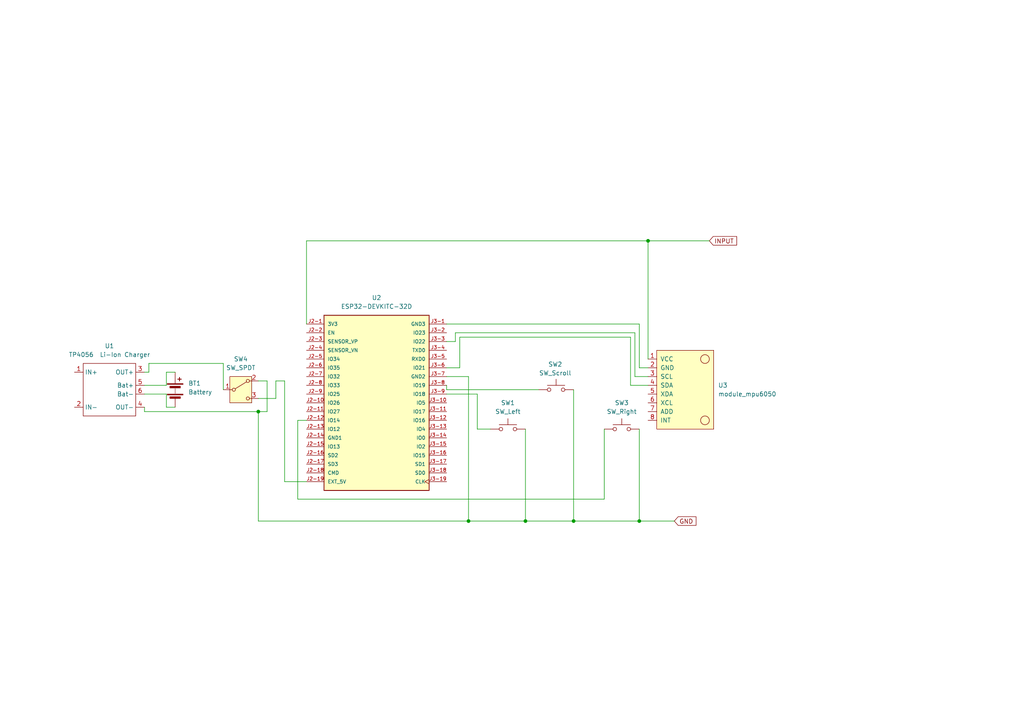
<source format=kicad_sch>
(kicad_sch
	(version 20250114)
	(generator "eeschema")
	(generator_version "9.0")
	(uuid "df159639-71c5-48ac-8578-0df6ec19f36c")
	(paper "A4")
	(title_block
		(title "AirMouse - Drafting")
		(date "2025-12-08")
		(rev "0")
		(company "Group 2")
		(comment 1 "Sweet Caroline Quiros")
		(comment 2 "Liam Andrie Martin, Sammuel James Matthew Magadia")
		(comment 3 "Irvin Pontino Acuna, Sean Andrei Fedilino")
		(comment 4 "Members:")
	)
	(lib_symbols
		(symbol "Custom_Boards:TP4056_CUSTOM"
			(exclude_from_sim no)
			(in_bom yes)
			(on_board yes)
			(property "Reference" "U"
				(at 6.35 3.048 0)
				(effects
					(font
						(size 1.27 1.27)
					)
				)
			)
			(property "Value" "TP4056  Li-Ion Charger"
				(at 7.874 1.016 0)
				(effects
					(font
						(size 1.27 1.27)
					)
				)
			)
			(property "Footprint" "Custom tp4056:TP4056 Customized"
				(at 0 0 0)
				(effects
					(font
						(size 1.27 1.27)
					)
					(hide yes)
				)
			)
			(property "Datasheet" "https://www.alldatasheet.com/datasheet-pdf/pdf/1133270/TPOWER/TP4056.html"
				(at 0 0 0)
				(effects
					(font
						(size 1.27 1.27)
					)
					(hide yes)
				)
			)
			(property "Description" "TP4056  Li-Ion Battery Charger 5V 1A"
				(at 0 0 0)
				(effects
					(font
						(size 1.27 1.27)
					)
					(hide yes)
				)
			)
			(property "ki_keywords" "TP4056 , Li-Ion, Battery Charger, 5V 1A"
				(at 0 0 0)
				(effects
					(font
						(size 1.27 1.27)
					)
					(hide yes)
				)
			)
			(symbol "TP4056_CUSTOM_0_1"
				(rectangle
					(start 0 0)
					(end 15.24 -15.24)
					(stroke
						(width 0)
						(type default)
					)
					(fill
						(type none)
					)
				)
			)
			(symbol "TP4056_CUSTOM_1_1"
				(pin input line
					(at -2.54 -2.54 0)
					(length 2.54)
					(name "IN+"
						(effects
							(font
								(size 1.27 1.27)
							)
						)
					)
					(number "1"
						(effects
							(font
								(size 1.27 1.27)
							)
						)
					)
				)
				(pin input line
					(at -2.54 -12.7 0)
					(length 2.54)
					(name "IN-"
						(effects
							(font
								(size 1.27 1.27)
							)
						)
					)
					(number "2"
						(effects
							(font
								(size 1.27 1.27)
							)
						)
					)
				)
				(pin output line
					(at 17.78 -2.54 180)
					(length 2.54)
					(name "OUT+"
						(effects
							(font
								(size 1.27 1.27)
							)
						)
					)
					(number "3"
						(effects
							(font
								(size 1.27 1.27)
							)
						)
					)
				)
				(pin bidirectional line
					(at 17.78 -6.35 180)
					(length 2.54)
					(name "Bat+"
						(effects
							(font
								(size 1.27 1.27)
							)
						)
					)
					(number "5"
						(effects
							(font
								(size 1.27 1.27)
							)
						)
					)
				)
				(pin bidirectional line
					(at 17.78 -8.89 180)
					(length 2.54)
					(name "Bat-"
						(effects
							(font
								(size 1.27 1.27)
							)
						)
					)
					(number "6"
						(effects
							(font
								(size 1.27 1.27)
							)
						)
					)
				)
				(pin output line
					(at 17.78 -12.7 180)
					(length 2.54)
					(name "OUT-"
						(effects
							(font
								(size 1.27 1.27)
							)
						)
					)
					(number "4"
						(effects
							(font
								(size 1.27 1.27)
							)
						)
					)
				)
			)
			(embedded_fonts no)
		)
		(symbol "Device:Battery"
			(pin_numbers
				(hide yes)
			)
			(pin_names
				(offset 0)
				(hide yes)
			)
			(exclude_from_sim no)
			(in_bom yes)
			(on_board yes)
			(property "Reference" "BT"
				(at 2.54 2.54 0)
				(effects
					(font
						(size 1.27 1.27)
					)
					(justify left)
				)
			)
			(property "Value" "Battery"
				(at 2.54 0 0)
				(effects
					(font
						(size 1.27 1.27)
					)
					(justify left)
				)
			)
			(property "Footprint" ""
				(at 0 1.524 90)
				(effects
					(font
						(size 1.27 1.27)
					)
					(hide yes)
				)
			)
			(property "Datasheet" "~"
				(at 0 1.524 90)
				(effects
					(font
						(size 1.27 1.27)
					)
					(hide yes)
				)
			)
			(property "Description" "Multiple-cell battery"
				(at 0 0 0)
				(effects
					(font
						(size 1.27 1.27)
					)
					(hide yes)
				)
			)
			(property "ki_keywords" "batt voltage-source cell"
				(at 0 0 0)
				(effects
					(font
						(size 1.27 1.27)
					)
					(hide yes)
				)
			)
			(symbol "Battery_0_1"
				(rectangle
					(start -2.286 1.778)
					(end 2.286 1.524)
					(stroke
						(width 0)
						(type default)
					)
					(fill
						(type outline)
					)
				)
				(rectangle
					(start -2.286 -1.27)
					(end 2.286 -1.524)
					(stroke
						(width 0)
						(type default)
					)
					(fill
						(type outline)
					)
				)
				(rectangle
					(start -1.524 1.016)
					(end 1.524 0.508)
					(stroke
						(width 0)
						(type default)
					)
					(fill
						(type outline)
					)
				)
				(rectangle
					(start -1.524 -2.032)
					(end 1.524 -2.54)
					(stroke
						(width 0)
						(type default)
					)
					(fill
						(type outline)
					)
				)
				(polyline
					(pts
						(xy 0 1.778) (xy 0 2.54)
					)
					(stroke
						(width 0)
						(type default)
					)
					(fill
						(type none)
					)
				)
				(polyline
					(pts
						(xy 0 0) (xy 0 0.254)
					)
					(stroke
						(width 0)
						(type default)
					)
					(fill
						(type none)
					)
				)
				(polyline
					(pts
						(xy 0 -0.508) (xy 0 -0.254)
					)
					(stroke
						(width 0)
						(type default)
					)
					(fill
						(type none)
					)
				)
				(polyline
					(pts
						(xy 0 -1.016) (xy 0 -0.762)
					)
					(stroke
						(width 0)
						(type default)
					)
					(fill
						(type none)
					)
				)
				(polyline
					(pts
						(xy 0.762 3.048) (xy 1.778 3.048)
					)
					(stroke
						(width 0.254)
						(type default)
					)
					(fill
						(type none)
					)
				)
				(polyline
					(pts
						(xy 1.27 3.556) (xy 1.27 2.54)
					)
					(stroke
						(width 0.254)
						(type default)
					)
					(fill
						(type none)
					)
				)
			)
			(symbol "Battery_1_1"
				(pin passive line
					(at 0 5.08 270)
					(length 2.54)
					(name "+"
						(effects
							(font
								(size 1.27 1.27)
							)
						)
					)
					(number "1"
						(effects
							(font
								(size 1.27 1.27)
							)
						)
					)
				)
				(pin passive line
					(at 0 -5.08 90)
					(length 2.54)
					(name "-"
						(effects
							(font
								(size 1.27 1.27)
							)
						)
					)
					(number "2"
						(effects
							(font
								(size 1.27 1.27)
							)
						)
					)
				)
			)
			(embedded_fonts no)
		)
		(symbol "ESP32-DEVKITC-32D:ESP32-DEVKITC-32D"
			(pin_names
				(offset 1.016)
			)
			(exclude_from_sim no)
			(in_bom yes)
			(on_board yes)
			(property "Reference" "U"
				(at -15.2572 26.0643 0)
				(effects
					(font
						(size 1.27 1.27)
					)
					(justify left bottom)
				)
			)
			(property "Value" "ESP32-DEVKITC-32D"
				(at -15.2563 -27.9698 0)
				(effects
					(font
						(size 1.27 1.27)
					)
					(justify left bottom)
				)
			)
			(property "Footprint" "ESP32-DEVKITC-32D:MODULE_ESP32-DEVKITC-32D"
				(at 0 0 0)
				(effects
					(font
						(size 1.27 1.27)
					)
					(justify bottom)
					(hide yes)
				)
			)
			(property "Datasheet" ""
				(at 0 0 0)
				(effects
					(font
						(size 1.27 1.27)
					)
					(hide yes)
				)
			)
			(property "Description" ""
				(at 0 0 0)
				(effects
					(font
						(size 1.27 1.27)
					)
					(hide yes)
				)
			)
			(property "MF" "Espressif Systems"
				(at 0 0 0)
				(effects
					(font
						(size 1.27 1.27)
					)
					(justify bottom)
					(hide yes)
				)
			)
			(property "MAXIMUM_PACKAGE_HEIGHT" "N/A"
				(at 0 0 0)
				(effects
					(font
						(size 1.27 1.27)
					)
					(justify bottom)
					(hide yes)
				)
			)
			(property "Package" "None"
				(at 0 0 0)
				(effects
					(font
						(size 1.27 1.27)
					)
					(justify bottom)
					(hide yes)
				)
			)
			(property "Price" "None"
				(at 0 0 0)
				(effects
					(font
						(size 1.27 1.27)
					)
					(justify bottom)
					(hide yes)
				)
			)
			(property "Check_prices" "https://www.snapeda.com/parts/ESP32-DEVKITC-32D/Espressif+Systems/view-part/?ref=eda"
				(at 0 0 0)
				(effects
					(font
						(size 1.27 1.27)
					)
					(justify bottom)
					(hide yes)
				)
			)
			(property "STANDARD" "Manufacturer Recommendations"
				(at 0 0 0)
				(effects
					(font
						(size 1.27 1.27)
					)
					(justify bottom)
					(hide yes)
				)
			)
			(property "PARTREV" "V4"
				(at 0 0 0)
				(effects
					(font
						(size 1.27 1.27)
					)
					(justify bottom)
					(hide yes)
				)
			)
			(property "SnapEDA_Link" "https://www.snapeda.com/parts/ESP32-DEVKITC-32D/Espressif+Systems/view-part/?ref=snap"
				(at 0 0 0)
				(effects
					(font
						(size 1.27 1.27)
					)
					(justify bottom)
					(hide yes)
				)
			)
			(property "MP" "ESP32-DEVKITC-32D"
				(at 0 0 0)
				(effects
					(font
						(size 1.27 1.27)
					)
					(justify bottom)
					(hide yes)
				)
			)
			(property "Description_1" "WiFi Development Tools (802.11) ESP32 General Development Kit, ESP32-WROOM-32D on the board"
				(at 0 0 0)
				(effects
					(font
						(size 1.27 1.27)
					)
					(justify bottom)
					(hide yes)
				)
			)
			(property "MANUFACTURER" "Espressif Systems"
				(at 0 0 0)
				(effects
					(font
						(size 1.27 1.27)
					)
					(justify bottom)
					(hide yes)
				)
			)
			(property "Availability" "In Stock"
				(at 0 0 0)
				(effects
					(font
						(size 1.27 1.27)
					)
					(justify bottom)
					(hide yes)
				)
			)
			(property "SNAPEDA_PN" "ESP32-DEVKITC-32D"
				(at 0 0 0)
				(effects
					(font
						(size 1.27 1.27)
					)
					(justify bottom)
					(hide yes)
				)
			)
			(symbol "ESP32-DEVKITC-32D_0_0"
				(rectangle
					(start -15.24 -25.4)
					(end 15.24 25.4)
					(stroke
						(width 0.254)
						(type default)
					)
					(fill
						(type background)
					)
				)
				(pin power_in line
					(at -20.32 22.86 0)
					(length 5.08)
					(name "3V3"
						(effects
							(font
								(size 1.016 1.016)
							)
						)
					)
					(number "J2-1"
						(effects
							(font
								(size 1.016 1.016)
							)
						)
					)
				)
				(pin input line
					(at -20.32 20.32 0)
					(length 5.08)
					(name "EN"
						(effects
							(font
								(size 1.016 1.016)
							)
						)
					)
					(number "J2-2"
						(effects
							(font
								(size 1.016 1.016)
							)
						)
					)
				)
				(pin input line
					(at -20.32 17.78 0)
					(length 5.08)
					(name "SENSOR_VP"
						(effects
							(font
								(size 1.016 1.016)
							)
						)
					)
					(number "J2-3"
						(effects
							(font
								(size 1.016 1.016)
							)
						)
					)
				)
				(pin input line
					(at -20.32 15.24 0)
					(length 5.08)
					(name "SENSOR_VN"
						(effects
							(font
								(size 1.016 1.016)
							)
						)
					)
					(number "J2-4"
						(effects
							(font
								(size 1.016 1.016)
							)
						)
					)
				)
				(pin bidirectional line
					(at -20.32 12.7 0)
					(length 5.08)
					(name "IO34"
						(effects
							(font
								(size 1.016 1.016)
							)
						)
					)
					(number "J2-5"
						(effects
							(font
								(size 1.016 1.016)
							)
						)
					)
				)
				(pin bidirectional line
					(at -20.32 10.16 0)
					(length 5.08)
					(name "IO35"
						(effects
							(font
								(size 1.016 1.016)
							)
						)
					)
					(number "J2-6"
						(effects
							(font
								(size 1.016 1.016)
							)
						)
					)
				)
				(pin bidirectional line
					(at -20.32 7.62 0)
					(length 5.08)
					(name "IO32"
						(effects
							(font
								(size 1.016 1.016)
							)
						)
					)
					(number "J2-7"
						(effects
							(font
								(size 1.016 1.016)
							)
						)
					)
				)
				(pin bidirectional line
					(at -20.32 5.08 0)
					(length 5.08)
					(name "IO33"
						(effects
							(font
								(size 1.016 1.016)
							)
						)
					)
					(number "J2-8"
						(effects
							(font
								(size 1.016 1.016)
							)
						)
					)
				)
				(pin bidirectional line
					(at -20.32 2.54 0)
					(length 5.08)
					(name "IO25"
						(effects
							(font
								(size 1.016 1.016)
							)
						)
					)
					(number "J2-9"
						(effects
							(font
								(size 1.016 1.016)
							)
						)
					)
				)
				(pin bidirectional line
					(at -20.32 0 0)
					(length 5.08)
					(name "IO26"
						(effects
							(font
								(size 1.016 1.016)
							)
						)
					)
					(number "J2-10"
						(effects
							(font
								(size 1.016 1.016)
							)
						)
					)
				)
				(pin bidirectional line
					(at -20.32 -2.54 0)
					(length 5.08)
					(name "IO27"
						(effects
							(font
								(size 1.016 1.016)
							)
						)
					)
					(number "J2-11"
						(effects
							(font
								(size 1.016 1.016)
							)
						)
					)
				)
				(pin bidirectional line
					(at -20.32 -5.08 0)
					(length 5.08)
					(name "IO14"
						(effects
							(font
								(size 1.016 1.016)
							)
						)
					)
					(number "J2-12"
						(effects
							(font
								(size 1.016 1.016)
							)
						)
					)
				)
				(pin bidirectional line
					(at -20.32 -7.62 0)
					(length 5.08)
					(name "IO12"
						(effects
							(font
								(size 1.016 1.016)
							)
						)
					)
					(number "J2-13"
						(effects
							(font
								(size 1.016 1.016)
							)
						)
					)
				)
				(pin power_in line
					(at -20.32 -10.16 0)
					(length 5.08)
					(name "GND1"
						(effects
							(font
								(size 1.016 1.016)
							)
						)
					)
					(number "J2-14"
						(effects
							(font
								(size 1.016 1.016)
							)
						)
					)
				)
				(pin bidirectional line
					(at -20.32 -12.7 0)
					(length 5.08)
					(name "IO13"
						(effects
							(font
								(size 1.016 1.016)
							)
						)
					)
					(number "J2-15"
						(effects
							(font
								(size 1.016 1.016)
							)
						)
					)
				)
				(pin bidirectional line
					(at -20.32 -15.24 0)
					(length 5.08)
					(name "SD2"
						(effects
							(font
								(size 1.016 1.016)
							)
						)
					)
					(number "J2-16"
						(effects
							(font
								(size 1.016 1.016)
							)
						)
					)
				)
				(pin bidirectional line
					(at -20.32 -17.78 0)
					(length 5.08)
					(name "SD3"
						(effects
							(font
								(size 1.016 1.016)
							)
						)
					)
					(number "J2-17"
						(effects
							(font
								(size 1.016 1.016)
							)
						)
					)
				)
				(pin bidirectional line
					(at -20.32 -20.32 0)
					(length 5.08)
					(name "CMD"
						(effects
							(font
								(size 1.016 1.016)
							)
						)
					)
					(number "J2-18"
						(effects
							(font
								(size 1.016 1.016)
							)
						)
					)
				)
				(pin power_in line
					(at -20.32 -22.86 0)
					(length 5.08)
					(name "EXT_5V"
						(effects
							(font
								(size 1.016 1.016)
							)
						)
					)
					(number "J2-19"
						(effects
							(font
								(size 1.016 1.016)
							)
						)
					)
				)
				(pin power_in line
					(at 20.32 22.86 180)
					(length 5.08)
					(name "GND3"
						(effects
							(font
								(size 1.016 1.016)
							)
						)
					)
					(number "J3-1"
						(effects
							(font
								(size 1.016 1.016)
							)
						)
					)
				)
				(pin bidirectional line
					(at 20.32 20.32 180)
					(length 5.08)
					(name "IO23"
						(effects
							(font
								(size 1.016 1.016)
							)
						)
					)
					(number "J3-2"
						(effects
							(font
								(size 1.016 1.016)
							)
						)
					)
				)
				(pin bidirectional line
					(at 20.32 17.78 180)
					(length 5.08)
					(name "IO22"
						(effects
							(font
								(size 1.016 1.016)
							)
						)
					)
					(number "J3-3"
						(effects
							(font
								(size 1.016 1.016)
							)
						)
					)
				)
				(pin output line
					(at 20.32 15.24 180)
					(length 5.08)
					(name "TXD0"
						(effects
							(font
								(size 1.016 1.016)
							)
						)
					)
					(number "J3-4"
						(effects
							(font
								(size 1.016 1.016)
							)
						)
					)
				)
				(pin input line
					(at 20.32 12.7 180)
					(length 5.08)
					(name "RXD0"
						(effects
							(font
								(size 1.016 1.016)
							)
						)
					)
					(number "J3-5"
						(effects
							(font
								(size 1.016 1.016)
							)
						)
					)
				)
				(pin bidirectional line
					(at 20.32 10.16 180)
					(length 5.08)
					(name "IO21"
						(effects
							(font
								(size 1.016 1.016)
							)
						)
					)
					(number "J3-6"
						(effects
							(font
								(size 1.016 1.016)
							)
						)
					)
				)
				(pin power_in line
					(at 20.32 7.62 180)
					(length 5.08)
					(name "GND2"
						(effects
							(font
								(size 1.016 1.016)
							)
						)
					)
					(number "J3-7"
						(effects
							(font
								(size 1.016 1.016)
							)
						)
					)
				)
				(pin bidirectional line
					(at 20.32 5.08 180)
					(length 5.08)
					(name "IO19"
						(effects
							(font
								(size 1.016 1.016)
							)
						)
					)
					(number "J3-8"
						(effects
							(font
								(size 1.016 1.016)
							)
						)
					)
				)
				(pin bidirectional line
					(at 20.32 2.54 180)
					(length 5.08)
					(name "IO18"
						(effects
							(font
								(size 1.016 1.016)
							)
						)
					)
					(number "J3-9"
						(effects
							(font
								(size 1.016 1.016)
							)
						)
					)
				)
				(pin bidirectional line
					(at 20.32 0 180)
					(length 5.08)
					(name "IO5"
						(effects
							(font
								(size 1.016 1.016)
							)
						)
					)
					(number "J3-10"
						(effects
							(font
								(size 1.016 1.016)
							)
						)
					)
				)
				(pin bidirectional line
					(at 20.32 -2.54 180)
					(length 5.08)
					(name "IO17"
						(effects
							(font
								(size 1.016 1.016)
							)
						)
					)
					(number "J3-11"
						(effects
							(font
								(size 1.016 1.016)
							)
						)
					)
				)
				(pin bidirectional line
					(at 20.32 -5.08 180)
					(length 5.08)
					(name "IO16"
						(effects
							(font
								(size 1.016 1.016)
							)
						)
					)
					(number "J3-12"
						(effects
							(font
								(size 1.016 1.016)
							)
						)
					)
				)
				(pin bidirectional line
					(at 20.32 -7.62 180)
					(length 5.08)
					(name "IO4"
						(effects
							(font
								(size 1.016 1.016)
							)
						)
					)
					(number "J3-13"
						(effects
							(font
								(size 1.016 1.016)
							)
						)
					)
				)
				(pin bidirectional line
					(at 20.32 -10.16 180)
					(length 5.08)
					(name "IO0"
						(effects
							(font
								(size 1.016 1.016)
							)
						)
					)
					(number "J3-14"
						(effects
							(font
								(size 1.016 1.016)
							)
						)
					)
				)
				(pin bidirectional line
					(at 20.32 -12.7 180)
					(length 5.08)
					(name "IO2"
						(effects
							(font
								(size 1.016 1.016)
							)
						)
					)
					(number "J3-15"
						(effects
							(font
								(size 1.016 1.016)
							)
						)
					)
				)
				(pin bidirectional line
					(at 20.32 -15.24 180)
					(length 5.08)
					(name "IO15"
						(effects
							(font
								(size 1.016 1.016)
							)
						)
					)
					(number "J3-16"
						(effects
							(font
								(size 1.016 1.016)
							)
						)
					)
				)
				(pin bidirectional line
					(at 20.32 -17.78 180)
					(length 5.08)
					(name "SD1"
						(effects
							(font
								(size 1.016 1.016)
							)
						)
					)
					(number "J3-17"
						(effects
							(font
								(size 1.016 1.016)
							)
						)
					)
				)
				(pin bidirectional line
					(at 20.32 -20.32 180)
					(length 5.08)
					(name "SD0"
						(effects
							(font
								(size 1.016 1.016)
							)
						)
					)
					(number "J3-18"
						(effects
							(font
								(size 1.016 1.016)
							)
						)
					)
				)
				(pin input clock
					(at 20.32 -22.86 180)
					(length 5.08)
					(name "CLK"
						(effects
							(font
								(size 1.016 1.016)
							)
						)
					)
					(number "J3-19"
						(effects
							(font
								(size 1.016 1.016)
							)
						)
					)
				)
			)
			(embedded_fonts no)
		)
		(symbol "Switch:SW_Push"
			(pin_numbers
				(hide yes)
			)
			(pin_names
				(offset 1.016)
				(hide yes)
			)
			(exclude_from_sim no)
			(in_bom yes)
			(on_board yes)
			(property "Reference" "SW"
				(at 1.27 2.54 0)
				(effects
					(font
						(size 1.27 1.27)
					)
					(justify left)
				)
			)
			(property "Value" "SW_Push"
				(at 0 -1.524 0)
				(effects
					(font
						(size 1.27 1.27)
					)
				)
			)
			(property "Footprint" ""
				(at 0 5.08 0)
				(effects
					(font
						(size 1.27 1.27)
					)
					(hide yes)
				)
			)
			(property "Datasheet" "~"
				(at 0 5.08 0)
				(effects
					(font
						(size 1.27 1.27)
					)
					(hide yes)
				)
			)
			(property "Description" "Push button switch, generic, two pins"
				(at 0 0 0)
				(effects
					(font
						(size 1.27 1.27)
					)
					(hide yes)
				)
			)
			(property "ki_keywords" "switch normally-open pushbutton push-button"
				(at 0 0 0)
				(effects
					(font
						(size 1.27 1.27)
					)
					(hide yes)
				)
			)
			(symbol "SW_Push_0_1"
				(circle
					(center -2.032 0)
					(radius 0.508)
					(stroke
						(width 0)
						(type default)
					)
					(fill
						(type none)
					)
				)
				(polyline
					(pts
						(xy 0 1.27) (xy 0 3.048)
					)
					(stroke
						(width 0)
						(type default)
					)
					(fill
						(type none)
					)
				)
				(circle
					(center 2.032 0)
					(radius 0.508)
					(stroke
						(width 0)
						(type default)
					)
					(fill
						(type none)
					)
				)
				(polyline
					(pts
						(xy 2.54 1.27) (xy -2.54 1.27)
					)
					(stroke
						(width 0)
						(type default)
					)
					(fill
						(type none)
					)
				)
				(pin passive line
					(at -5.08 0 0)
					(length 2.54)
					(name "1"
						(effects
							(font
								(size 1.27 1.27)
							)
						)
					)
					(number "1"
						(effects
							(font
								(size 1.27 1.27)
							)
						)
					)
				)
				(pin passive line
					(at 5.08 0 180)
					(length 2.54)
					(name "2"
						(effects
							(font
								(size 1.27 1.27)
							)
						)
					)
					(number "2"
						(effects
							(font
								(size 1.27 1.27)
							)
						)
					)
				)
			)
			(embedded_fonts no)
		)
		(symbol "Switch:SW_SPDT"
			(pin_names
				(offset 0)
				(hide yes)
			)
			(exclude_from_sim no)
			(in_bom yes)
			(on_board yes)
			(property "Reference" "SW4"
				(at 0 8.89 0)
				(effects
					(font
						(size 1.27 1.27)
					)
				)
			)
			(property "Value" "SW_SPDT"
				(at 0 6.35 0)
				(effects
					(font
						(size 1.27 1.27)
					)
				)
			)
			(property "Footprint" "Button_Switch_THT:SW_Slide-03_Wuerth-WS-SLTV_10x2.5x6.4_P2.54mm"
				(at 0 0 0)
				(effects
					(font
						(size 1.27 1.27)
					)
					(hide yes)
				)
			)
			(property "Datasheet" "~"
				(at 0 -7.62 0)
				(effects
					(font
						(size 1.27 1.27)
					)
					(hide yes)
				)
			)
			(property "Description" "Switch, single pole double throw"
				(at 0 0 0)
				(effects
					(font
						(size 1.27 1.27)
					)
					(hide yes)
				)
			)
			(property "ki_keywords" "switch single-pole double-throw spdt ON-ON"
				(at 0 0 0)
				(effects
					(font
						(size 1.27 1.27)
					)
					(hide yes)
				)
			)
			(symbol "SW_SPDT_0_1"
				(circle
					(center -2.032 0)
					(radius 0.4572)
					(stroke
						(width 0)
						(type default)
					)
					(fill
						(type none)
					)
				)
				(polyline
					(pts
						(xy -1.651 0.254) (xy 1.651 2.286)
					)
					(stroke
						(width 0)
						(type default)
					)
					(fill
						(type none)
					)
				)
				(circle
					(center 2.032 2.54)
					(radius 0.4572)
					(stroke
						(width 0)
						(type default)
					)
					(fill
						(type none)
					)
				)
				(circle
					(center 2.032 -2.54)
					(radius 0.4572)
					(stroke
						(width 0)
						(type default)
					)
					(fill
						(type none)
					)
				)
			)
			(symbol "SW_SPDT_1_1"
				(rectangle
					(start -3.175 3.81)
					(end 3.175 -3.81)
					(stroke
						(width 0)
						(type default)
					)
					(fill
						(type background)
					)
				)
				(pin passive line
					(at -5.08 0 0)
					(length 2.54)
					(name "B"
						(effects
							(font
								(size 1.27 1.27)
							)
						)
					)
					(number "1"
						(effects
							(font
								(size 1.27 1.27)
							)
						)
					)
				)
				(pin passive line
					(at 5.08 2.54 180)
					(length 2.54)
					(name "A"
						(effects
							(font
								(size 1.27 1.27)
							)
						)
					)
					(number "2"
						(effects
							(font
								(size 1.27 1.27)
							)
						)
					)
				)
				(pin passive line
					(at 5.08 -2.54 180)
					(length 2.54)
					(name "C"
						(effects
							(font
								(size 1.27 1.27)
							)
						)
					)
					(number "3"
						(effects
							(font
								(size 1.27 1.27)
							)
						)
					)
				)
			)
			(embedded_fonts no)
		)
		(symbol "usini_sensors:module_mpu6050"
			(pin_names
				(offset 1.016)
			)
			(exclude_from_sim no)
			(in_bom yes)
			(on_board yes)
			(property "Reference" "U"
				(at 2.54 21.59 0)
				(effects
					(font
						(size 1.27 1.27)
					)
				)
			)
			(property "Value" "module_mpu6050"
				(at 11.43 -3.81 0)
				(effects
					(font
						(size 1.27 1.27)
					)
				)
			)
			(property "Footprint" "usini_sensors:module_mpu6050"
				(at 11.43 -6.35 0)
				(effects
					(font
						(size 1.27 1.27)
					)
					(hide yes)
				)
			)
			(property "Datasheet" ""
				(at 0 6.35 0)
				(effects
					(font
						(size 1.27 1.27)
					)
					(hide yes)
				)
			)
			(property "Description" ""
				(at 0 0 0)
				(effects
					(font
						(size 1.27 1.27)
					)
					(hide yes)
				)
			)
			(symbol "module_mpu6050_0_1"
				(rectangle
					(start 2.54 20.32)
					(end 19.05 -2.54)
					(stroke
						(width 0)
						(type default)
					)
					(fill
						(type background)
					)
				)
				(circle
					(center 16.51 17.78)
					(radius 1.27)
					(stroke
						(width 0)
						(type default)
					)
					(fill
						(type none)
					)
				)
				(circle
					(center 16.51 0)
					(radius 1.27)
					(stroke
						(width 0)
						(type default)
					)
					(fill
						(type none)
					)
				)
			)
			(symbol "module_mpu6050_1_1"
				(pin input line
					(at 0 17.78 0)
					(length 2.54)
					(name "VCC"
						(effects
							(font
								(size 1.27 1.27)
							)
						)
					)
					(number "1"
						(effects
							(font
								(size 1.27 1.27)
							)
						)
					)
				)
				(pin input line
					(at 0 15.24 0)
					(length 2.54)
					(name "GND"
						(effects
							(font
								(size 1.27 1.27)
							)
						)
					)
					(number "2"
						(effects
							(font
								(size 1.27 1.27)
							)
						)
					)
				)
				(pin input line
					(at 0 12.7 0)
					(length 2.54)
					(name "SCL"
						(effects
							(font
								(size 1.27 1.27)
							)
						)
					)
					(number "3"
						(effects
							(font
								(size 1.27 1.27)
							)
						)
					)
				)
				(pin input line
					(at 0 10.16 0)
					(length 2.54)
					(name "SDA"
						(effects
							(font
								(size 1.27 1.27)
							)
						)
					)
					(number "4"
						(effects
							(font
								(size 1.27 1.27)
							)
						)
					)
				)
				(pin input line
					(at 0 7.62 0)
					(length 2.54)
					(name "XDA"
						(effects
							(font
								(size 1.27 1.27)
							)
						)
					)
					(number "5"
						(effects
							(font
								(size 1.27 1.27)
							)
						)
					)
				)
				(pin input line
					(at 0 5.08 0)
					(length 2.54)
					(name "XCL"
						(effects
							(font
								(size 1.27 1.27)
							)
						)
					)
					(number "6"
						(effects
							(font
								(size 1.27 1.27)
							)
						)
					)
				)
				(pin input line
					(at 0 2.54 0)
					(length 2.54)
					(name "ADD"
						(effects
							(font
								(size 1.27 1.27)
							)
						)
					)
					(number "7"
						(effects
							(font
								(size 1.27 1.27)
							)
						)
					)
				)
				(pin input line
					(at 0 0 0)
					(length 2.54)
					(name "INT"
						(effects
							(font
								(size 1.27 1.27)
							)
						)
					)
					(number "8"
						(effects
							(font
								(size 1.27 1.27)
							)
						)
					)
				)
			)
			(embedded_fonts no)
		)
	)
	(junction
		(at 152.4 151.13)
		(diameter 0)
		(color 0 0 0 0)
		(uuid "07553908-cea3-43e6-8a26-7be0358b1af9")
	)
	(junction
		(at 187.96 69.85)
		(diameter 0)
		(color 0 0 0 0)
		(uuid "173275fb-6150-4a5c-bef6-e6c5ba06ef9f")
	)
	(junction
		(at 166.37 151.13)
		(diameter 0)
		(color 0 0 0 0)
		(uuid "1c4dd49e-0aa0-4c3d-b66e-a4edd8112ecb")
	)
	(junction
		(at 185.42 151.13)
		(diameter 0)
		(color 0 0 0 0)
		(uuid "26f3df10-ee22-43d9-b747-4c0f91cafb77")
	)
	(junction
		(at 135.89 151.13)
		(diameter 0)
		(color 0 0 0 0)
		(uuid "6028febf-a3e6-4d43-8fd2-e9c77bbd9cb4")
	)
	(junction
		(at 74.93 119.38)
		(diameter 0)
		(color 0 0 0 0)
		(uuid "c9f58bd0-bc81-49c8-80e6-b9f8c64e8747")
	)
	(wire
		(pts
			(xy 187.96 69.85) (xy 187.96 104.14)
		)
		(stroke
			(width 0)
			(type default)
		)
		(uuid "00fa47eb-2694-43cb-9714-c5dff6b77ef7")
	)
	(wire
		(pts
			(xy 166.37 113.03) (xy 166.37 151.13)
		)
		(stroke
			(width 0)
			(type default)
		)
		(uuid "073b0ee2-5628-4be0-b857-330c4ba9df21")
	)
	(wire
		(pts
			(xy 184.15 109.22) (xy 187.96 109.22)
		)
		(stroke
			(width 0)
			(type default)
		)
		(uuid "087cb0b4-7eac-4866-9d50-d7788fd5ee2a")
	)
	(wire
		(pts
			(xy 77.47 110.49) (xy 77.47 119.38)
		)
		(stroke
			(width 0)
			(type default)
		)
		(uuid "0f224b8b-331f-4cde-9900-83f178b96e2a")
	)
	(wire
		(pts
			(xy 74.93 119.38) (xy 74.93 151.13)
		)
		(stroke
			(width 0)
			(type default)
		)
		(uuid "1b598038-5e40-4a28-afb7-d3db4eb05fa0")
	)
	(wire
		(pts
			(xy 175.26 124.46) (xy 175.26 144.78)
		)
		(stroke
			(width 0)
			(type default)
		)
		(uuid "1fd349fa-316e-48ff-960e-b46c14874ea5")
	)
	(wire
		(pts
			(xy 152.4 151.13) (xy 166.37 151.13)
		)
		(stroke
			(width 0)
			(type default)
		)
		(uuid "246c65af-f9e0-4f32-829f-4b85c382f4a6")
	)
	(wire
		(pts
			(xy 129.54 109.22) (xy 135.89 109.22)
		)
		(stroke
			(width 0)
			(type default)
		)
		(uuid "28b1e936-18f5-4491-b2bc-372e48625e44")
	)
	(wire
		(pts
			(xy 135.89 109.22) (xy 135.89 151.13)
		)
		(stroke
			(width 0)
			(type default)
		)
		(uuid "311d6115-a3bc-48c0-a760-79e0b69cf7f3")
	)
	(wire
		(pts
			(xy 80.01 110.49) (xy 80.01 115.57)
		)
		(stroke
			(width 0)
			(type default)
		)
		(uuid "36326e16-62fd-476c-8056-1ba0aae4653b")
	)
	(wire
		(pts
			(xy 129.54 113.03) (xy 156.21 113.03)
		)
		(stroke
			(width 0)
			(type default)
		)
		(uuid "3950c502-90f9-459a-8332-e69e0dccf2d8")
	)
	(wire
		(pts
			(xy 86.36 144.78) (xy 86.36 121.92)
		)
		(stroke
			(width 0)
			(type default)
		)
		(uuid "40721303-5c61-4b18-ba6c-a85ffc2c7527")
	)
	(wire
		(pts
			(xy 175.26 144.78) (xy 86.36 144.78)
		)
		(stroke
			(width 0)
			(type default)
		)
		(uuid "40df3dbc-4451-4b79-87cd-80ea6ceed0dc")
	)
	(wire
		(pts
			(xy 132.08 96.52) (xy 184.15 96.52)
		)
		(stroke
			(width 0)
			(type default)
		)
		(uuid "40e5c5b5-93bc-4cef-810f-f0c79f0dcc52")
	)
	(wire
		(pts
			(xy 185.42 124.46) (xy 185.42 151.13)
		)
		(stroke
			(width 0)
			(type default)
		)
		(uuid "48b0f5cb-7e29-48ef-a05a-1d411bd2a173")
	)
	(wire
		(pts
			(xy 80.01 115.57) (xy 74.93 115.57)
		)
		(stroke
			(width 0)
			(type default)
		)
		(uuid "4ce9b437-a1f5-4182-83bf-2f923f55eddd")
	)
	(wire
		(pts
			(xy 138.43 124.46) (xy 138.43 114.3)
		)
		(stroke
			(width 0)
			(type default)
		)
		(uuid "5425315c-9658-47b6-9a44-c32db6729bee")
	)
	(wire
		(pts
			(xy 135.89 151.13) (xy 152.4 151.13)
		)
		(stroke
			(width 0)
			(type default)
		)
		(uuid "5e86ad98-6173-4106-8bf7-6ea8cef03070")
	)
	(wire
		(pts
			(xy 129.54 113.03) (xy 129.54 111.76)
		)
		(stroke
			(width 0)
			(type default)
		)
		(uuid "5ffe593c-692c-4da8-a0f4-3b4aec3d34a2")
	)
	(wire
		(pts
			(xy 50.8 107.95) (xy 48.26 107.95)
		)
		(stroke
			(width 0)
			(type default)
		)
		(uuid "6455f3be-a589-4447-b678-d1340a5c0d0a")
	)
	(wire
		(pts
			(xy 41.91 119.38) (xy 41.91 118.11)
		)
		(stroke
			(width 0)
			(type default)
		)
		(uuid "6769dec1-10c9-4dd8-8047-ac0088c019fc")
	)
	(wire
		(pts
			(xy 43.18 107.95) (xy 41.91 107.95)
		)
		(stroke
			(width 0)
			(type default)
		)
		(uuid "6bf07ab2-3fac-418e-9442-916614bf99fb")
	)
	(wire
		(pts
			(xy 133.35 106.68) (xy 129.54 106.68)
		)
		(stroke
			(width 0)
			(type default)
		)
		(uuid "6c22ffbe-0979-42db-8e8d-5cf0a3dc8534")
	)
	(wire
		(pts
			(xy 48.26 107.95) (xy 48.26 111.76)
		)
		(stroke
			(width 0)
			(type default)
		)
		(uuid "703b0000-e743-43b8-90f3-4e891d4e34d6")
	)
	(wire
		(pts
			(xy 74.93 110.49) (xy 77.47 110.49)
		)
		(stroke
			(width 0)
			(type default)
		)
		(uuid "7174cd86-50df-42c6-99ec-7300c477de66")
	)
	(wire
		(pts
			(xy 86.36 121.92) (xy 88.9 121.92)
		)
		(stroke
			(width 0)
			(type default)
		)
		(uuid "80ddc552-704d-40ed-af0b-44cb922a8470")
	)
	(wire
		(pts
			(xy 187.96 69.85) (xy 88.9 69.85)
		)
		(stroke
			(width 0)
			(type default)
		)
		(uuid "854e85aa-2f33-4dfd-9399-53c3ca8c497f")
	)
	(wire
		(pts
			(xy 48.26 111.76) (xy 41.91 111.76)
		)
		(stroke
			(width 0)
			(type default)
		)
		(uuid "858e1acc-3b97-45bb-ab16-39188b8ed34c")
	)
	(wire
		(pts
			(xy 138.43 114.3) (xy 129.54 114.3)
		)
		(stroke
			(width 0)
			(type default)
		)
		(uuid "88feaf08-fc16-43c8-b54c-4b94dde83025")
	)
	(wire
		(pts
			(xy 182.88 97.79) (xy 133.35 97.79)
		)
		(stroke
			(width 0)
			(type default)
		)
		(uuid "8d216d49-ba2f-4893-99d5-c4bcbc72a48a")
	)
	(wire
		(pts
			(xy 187.96 111.76) (xy 182.88 111.76)
		)
		(stroke
			(width 0)
			(type default)
		)
		(uuid "8ec2a745-856c-4f65-88eb-745d370f1008")
	)
	(wire
		(pts
			(xy 64.77 113.03) (xy 64.77 105.41)
		)
		(stroke
			(width 0)
			(type default)
		)
		(uuid "8f7e6d41-56a4-4a0a-8327-b7479a1bb35d")
	)
	(wire
		(pts
			(xy 182.88 111.76) (xy 182.88 97.79)
		)
		(stroke
			(width 0)
			(type default)
		)
		(uuid "921d0d8e-4ff7-40ee-969d-573737817f78")
	)
	(wire
		(pts
			(xy 142.24 124.46) (xy 138.43 124.46)
		)
		(stroke
			(width 0)
			(type default)
		)
		(uuid "95c2f288-aeb4-4b99-a96f-e84edb2f955c")
	)
	(wire
		(pts
			(xy 82.55 110.49) (xy 80.01 110.49)
		)
		(stroke
			(width 0)
			(type default)
		)
		(uuid "9d633a2d-1a9f-4f62-8b83-1b5bd603df4d")
	)
	(wire
		(pts
			(xy 77.47 119.38) (xy 74.93 119.38)
		)
		(stroke
			(width 0)
			(type default)
		)
		(uuid "9de1fc58-5828-4a7c-8048-3a4ce42194d1")
	)
	(wire
		(pts
			(xy 187.96 106.68) (xy 185.42 106.68)
		)
		(stroke
			(width 0)
			(type default)
		)
		(uuid "a376418c-5ba4-441d-b266-4d4e3e59cdb1")
	)
	(wire
		(pts
			(xy 185.42 106.68) (xy 185.42 93.98)
		)
		(stroke
			(width 0)
			(type default)
		)
		(uuid "a6fbf662-d078-42b6-bd11-bed1e74c72ff")
	)
	(wire
		(pts
			(xy 88.9 69.85) (xy 88.9 93.98)
		)
		(stroke
			(width 0)
			(type default)
		)
		(uuid "a93d1581-9ae2-4dca-98a6-865767df6b0b")
	)
	(wire
		(pts
			(xy 133.35 97.79) (xy 133.35 106.68)
		)
		(stroke
			(width 0)
			(type default)
		)
		(uuid "aab82e10-f75c-4d56-be85-908395db7cad")
	)
	(wire
		(pts
			(xy 132.08 99.06) (xy 132.08 96.52)
		)
		(stroke
			(width 0)
			(type default)
		)
		(uuid "b676059f-ad9f-42c5-852b-990c78efb5ec")
	)
	(wire
		(pts
			(xy 48.26 114.3) (xy 41.91 114.3)
		)
		(stroke
			(width 0)
			(type default)
		)
		(uuid "b7e1cb94-515e-4d72-9a7b-765441f8fe13")
	)
	(wire
		(pts
			(xy 50.8 118.11) (xy 48.26 118.11)
		)
		(stroke
			(width 0)
			(type default)
		)
		(uuid "c0e89e7d-e887-4bb7-ae00-3df12a901682")
	)
	(wire
		(pts
			(xy 166.37 151.13) (xy 185.42 151.13)
		)
		(stroke
			(width 0)
			(type default)
		)
		(uuid "c869db76-bddb-4cfa-8581-fe26ea92169c")
	)
	(wire
		(pts
			(xy 82.55 110.49) (xy 82.55 139.7)
		)
		(stroke
			(width 0)
			(type default)
		)
		(uuid "cca8474b-85f2-421f-bf2a-00f0108943d6")
	)
	(wire
		(pts
			(xy 205.74 69.85) (xy 187.96 69.85)
		)
		(stroke
			(width 0)
			(type default)
		)
		(uuid "cdf22b7e-32d3-4eff-8e8c-2ccbd5843355")
	)
	(wire
		(pts
			(xy 74.93 151.13) (xy 135.89 151.13)
		)
		(stroke
			(width 0)
			(type default)
		)
		(uuid "ddb9fa10-2699-4382-82bb-693ea900a69f")
	)
	(wire
		(pts
			(xy 185.42 151.13) (xy 195.58 151.13)
		)
		(stroke
			(width 0)
			(type default)
		)
		(uuid "de57b482-f088-40b3-be25-1f4e332dec97")
	)
	(wire
		(pts
			(xy 48.26 118.11) (xy 48.26 114.3)
		)
		(stroke
			(width 0)
			(type default)
		)
		(uuid "deaf6221-ed1c-49f3-924a-e91572ef5fe1")
	)
	(wire
		(pts
			(xy 129.54 99.06) (xy 132.08 99.06)
		)
		(stroke
			(width 0)
			(type default)
		)
		(uuid "e4102595-db4e-4bf6-a1a3-015032015b63")
	)
	(wire
		(pts
			(xy 64.77 105.41) (xy 43.18 105.41)
		)
		(stroke
			(width 0)
			(type default)
		)
		(uuid "e7288dfb-5fec-4d22-9c05-35e65b0d2841")
	)
	(wire
		(pts
			(xy 43.18 105.41) (xy 43.18 107.95)
		)
		(stroke
			(width 0)
			(type default)
		)
		(uuid "eafe7066-1b29-40db-ae1c-0fdc48e2d4da")
	)
	(wire
		(pts
			(xy 74.93 119.38) (xy 41.91 119.38)
		)
		(stroke
			(width 0)
			(type default)
		)
		(uuid "ef920b3e-caa7-42fb-8a1e-f8ae1f82db72")
	)
	(wire
		(pts
			(xy 184.15 96.52) (xy 184.15 109.22)
		)
		(stroke
			(width 0)
			(type default)
		)
		(uuid "f5f1fcef-ed31-4cbb-a198-4fe99978613e")
	)
	(wire
		(pts
			(xy 152.4 124.46) (xy 152.4 151.13)
		)
		(stroke
			(width 0)
			(type default)
		)
		(uuid "f91cfe70-eb4b-4d5d-8810-97b05d778f08")
	)
	(wire
		(pts
			(xy 185.42 93.98) (xy 129.54 93.98)
		)
		(stroke
			(width 0)
			(type default)
		)
		(uuid "fc9915cf-74a8-43f3-99eb-787066d6e2f5")
	)
	(wire
		(pts
			(xy 82.55 139.7) (xy 88.9 139.7)
		)
		(stroke
			(width 0)
			(type default)
		)
		(uuid "fcdebcef-4ddd-4384-8be4-7c865b8fe3b1")
	)
	(global_label "INPUT"
		(shape input)
		(at 205.74 69.85 0)
		(fields_autoplaced yes)
		(effects
			(font
				(size 1.27 1.27)
			)
			(justify left)
		)
		(uuid "14d3e9c1-bd1e-46fd-ac24-722892c87b48")
		(property "Intersheetrefs" "${INTERSHEET_REFS}"
			(at 214.2286 69.85 0)
			(effects
				(font
					(size 1.27 1.27)
				)
				(justify left)
				(hide yes)
			)
		)
	)
	(global_label "GND"
		(shape input)
		(at 195.58 151.13 0)
		(fields_autoplaced yes)
		(effects
			(font
				(size 1.27 1.27)
			)
			(justify left)
		)
		(uuid "33cb077a-06b2-4e09-87ed-9ab999a6757c")
		(property "Intersheetrefs" "${INTERSHEET_REFS}"
			(at 202.4357 151.13 0)
			(effects
				(font
					(size 1.27 1.27)
				)
				(justify left)
				(hide yes)
			)
		)
	)
	(symbol
		(lib_id "ESP32-DEVKITC-32D:ESP32-DEVKITC-32D")
		(at 109.22 116.84 0)
		(unit 1)
		(exclude_from_sim no)
		(in_bom yes)
		(on_board yes)
		(dnp no)
		(fields_autoplaced yes)
		(uuid "2ed3a151-2e61-474e-be3b-4ba4e7cd43d4")
		(property "Reference" "U2"
			(at 109.22 86.36 0)
			(effects
				(font
					(size 1.27 1.27)
				)
			)
		)
		(property "Value" "ESP32-DEVKITC-32D"
			(at 109.22 88.9 0)
			(effects
				(font
					(size 1.27 1.27)
				)
			)
		)
		(property "Footprint" "ESP32-DEVKITC-32D:MODULE_ESP32-DEVKITC-32D"
			(at 109.22 116.84 0)
			(effects
				(font
					(size 1.27 1.27)
				)
				(justify bottom)
				(hide yes)
			)
		)
		(property "Datasheet" ""
			(at 109.22 116.84 0)
			(effects
				(font
					(size 1.27 1.27)
				)
				(hide yes)
			)
		)
		(property "Description" ""
			(at 109.22 116.84 0)
			(effects
				(font
					(size 1.27 1.27)
				)
				(hide yes)
			)
		)
		(property "MF" "Espressif Systems"
			(at 109.22 116.84 0)
			(effects
				(font
					(size 1.27 1.27)
				)
				(justify bottom)
				(hide yes)
			)
		)
		(property "MAXIMUM_PACKAGE_HEIGHT" "N/A"
			(at 109.22 116.84 0)
			(effects
				(font
					(size 1.27 1.27)
				)
				(justify bottom)
				(hide yes)
			)
		)
		(property "Package" "None"
			(at 109.22 116.84 0)
			(effects
				(font
					(size 1.27 1.27)
				)
				(justify bottom)
				(hide yes)
			)
		)
		(property "Price" "None"
			(at 109.22 116.84 0)
			(effects
				(font
					(size 1.27 1.27)
				)
				(justify bottom)
				(hide yes)
			)
		)
		(property "Check_prices" "https://www.snapeda.com/parts/ESP32-DEVKITC-32D/Espressif+Systems/view-part/?ref=eda"
			(at 109.22 116.84 0)
			(effects
				(font
					(size 1.27 1.27)
				)
				(justify bottom)
				(hide yes)
			)
		)
		(property "STANDARD" "Manufacturer Recommendations"
			(at 109.22 116.84 0)
			(effects
				(font
					(size 1.27 1.27)
				)
				(justify bottom)
				(hide yes)
			)
		)
		(property "PARTREV" "V4"
			(at 109.22 116.84 0)
			(effects
				(font
					(size 1.27 1.27)
				)
				(justify bottom)
				(hide yes)
			)
		)
		(property "SnapEDA_Link" "https://www.snapeda.com/parts/ESP32-DEVKITC-32D/Espressif+Systems/view-part/?ref=snap"
			(at 109.22 116.84 0)
			(effects
				(font
					(size 1.27 1.27)
				)
				(justify bottom)
				(hide yes)
			)
		)
		(property "MP" "ESP32-DEVKITC-32D"
			(at 109.22 116.84 0)
			(effects
				(font
					(size 1.27 1.27)
				)
				(justify bottom)
				(hide yes)
			)
		)
		(property "Description_1" "WiFi Development Tools (802.11) ESP32 General Development Kit, ESP32-WROOM-32D on the board"
			(at 109.22 116.84 0)
			(effects
				(font
					(size 1.27 1.27)
				)
				(justify bottom)
				(hide yes)
			)
		)
		(property "MANUFACTURER" "Espressif Systems"
			(at 109.22 116.84 0)
			(effects
				(font
					(size 1.27 1.27)
				)
				(justify bottom)
				(hide yes)
			)
		)
		(property "Availability" "In Stock"
			(at 109.22 116.84 0)
			(effects
				(font
					(size 1.27 1.27)
				)
				(justify bottom)
				(hide yes)
			)
		)
		(property "SNAPEDA_PN" "ESP32-DEVKITC-32D"
			(at 109.22 116.84 0)
			(effects
				(font
					(size 1.27 1.27)
				)
				(justify bottom)
				(hide yes)
			)
		)
		(pin "J2-3"
			(uuid "93474d55-3ff9-4460-be45-c5457cac8ee6")
		)
		(pin "J2-5"
			(uuid "75005499-cd37-4ae3-9e4b-84c73b7c02c0")
		)
		(pin "J2-1"
			(uuid "f60753af-77da-4f8b-b91a-c96da3e1861f")
		)
		(pin "J2-2"
			(uuid "181d7544-1388-4664-81b7-a96e194df3f5")
		)
		(pin "J2-4"
			(uuid "fba32441-f1a3-4901-834c-9260e123cad9")
		)
		(pin "J2-14"
			(uuid "63114d6e-dae7-462d-b19b-bd5d34d141da")
		)
		(pin "J2-9"
			(uuid "0f0d3927-d55e-4b9a-971e-cf7ed862eaa4")
		)
		(pin "J2-11"
			(uuid "39b57844-5dd2-4e69-bee6-c580d1d99c3f")
		)
		(pin "J2-16"
			(uuid "d8a497cb-c7b4-4ba0-a798-26990ad4e3bc")
		)
		(pin "J2-8"
			(uuid "711a18dd-2678-42c0-af97-48de58f39c14")
		)
		(pin "J2-7"
			(uuid "7a5baaa8-3b2f-429e-b3fd-d628f8067818")
		)
		(pin "J2-12"
			(uuid "56e67b87-06bd-4bf5-9907-55ee027aebf3")
		)
		(pin "J2-15"
			(uuid "2a225690-a4e5-4184-baf6-4819b5f94258")
		)
		(pin "J2-6"
			(uuid "4a615724-da3e-4ac3-9fa0-acba9a1f3db0")
		)
		(pin "J2-10"
			(uuid "5038fd57-af8e-48e1-8d29-f42beb9bd5f2")
		)
		(pin "J2-13"
			(uuid "19a47cfb-d1cd-4433-ac77-c021d95f63f2")
		)
		(pin "J3-18"
			(uuid "f09daf70-16fe-4792-bdde-80ca5b1ff6ba")
		)
		(pin "J3-15"
			(uuid "b0c32181-b420-41e9-abed-53e42015a6bb")
		)
		(pin "J3-1"
			(uuid "57f4937f-fc7d-4672-b4ce-ec7efc09fce5")
		)
		(pin "J3-3"
			(uuid "eb539848-13ba-4367-9f0b-673d38a31ed8")
		)
		(pin "J3-5"
			(uuid "d7df7425-1045-48bf-b3bd-7f4a8197f890")
		)
		(pin "J3-7"
			(uuid "d5a3b1e4-d862-49e0-a507-96ec6c544e59")
		)
		(pin "J3-8"
			(uuid "062d5926-991b-4dd1-8d92-3b7d7f4ae8ee")
		)
		(pin "J2-19"
			(uuid "9330b36a-486f-44c6-8b2a-769aff4aadd2")
		)
		(pin "J3-2"
			(uuid "9ff4bb95-c42e-4fa4-939b-121cd79772ae")
		)
		(pin "J3-9"
			(uuid "38414e89-623e-458e-bfab-233ed2569115")
		)
		(pin "J3-6"
			(uuid "d99bea58-fc15-4684-b887-4b678b596fcd")
		)
		(pin "J3-17"
			(uuid "b0015739-3e1a-4cef-bde9-93c0a5f154ab")
		)
		(pin "J2-17"
			(uuid "c084f815-b879-43b4-9662-ed08bf244510")
		)
		(pin "J3-4"
			(uuid "b4495878-e04e-47bd-aee4-969fbcb0bf9f")
		)
		(pin "J3-11"
			(uuid "a26d8e4d-d9c3-42cd-ba21-ab49505a106d")
		)
		(pin "J3-14"
			(uuid "78bdbe3a-fe7a-4b24-af8d-9144bf1650aa")
		)
		(pin "J3-16"
			(uuid "834b72af-1e3d-456c-adec-25a9ac214ace")
		)
		(pin "J3-13"
			(uuid "101334d3-7d31-4c9b-bc4c-66cf41c44bca")
		)
		(pin "J2-18"
			(uuid "824c6688-781d-4bb6-9f62-b1c39fb5742e")
		)
		(pin "J3-10"
			(uuid "bbb7c13d-0993-4027-9f67-fc18a16aab7b")
		)
		(pin "J3-12"
			(uuid "169002eb-4d64-462d-9071-3b726227cc97")
		)
		(pin "J3-19"
			(uuid "874bc305-38a6-47d4-ab65-751dbfdcff7f")
		)
		(instances
			(project ""
				(path "/df159639-71c5-48ac-8578-0df6ec19f36c"
					(reference "U2")
					(unit 1)
				)
			)
		)
	)
	(symbol
		(lib_id "Device:Battery")
		(at 50.8 113.03 0)
		(unit 1)
		(exclude_from_sim no)
		(in_bom yes)
		(on_board no)
		(dnp no)
		(fields_autoplaced yes)
		(uuid "4da52f5e-cefc-41bc-8fd7-b1313fcd99e7")
		(property "Reference" "BT1"
			(at 54.61 111.1884 0)
			(effects
				(font
					(size 1.27 1.27)
				)
				(justify left)
			)
		)
		(property "Value" "Battery"
			(at 54.61 113.7284 0)
			(effects
				(font
					(size 1.27 1.27)
				)
				(justify left)
			)
		)
		(property "Footprint" "Battery:BatteryHolder_Keystone_1042_1x18650"
			(at 50.8 111.506 90)
			(effects
				(font
					(size 1.27 1.27)
				)
				(hide yes)
			)
		)
		(property "Datasheet" "~"
			(at 50.8 111.506 90)
			(effects
				(font
					(size 1.27 1.27)
				)
				(hide yes)
			)
		)
		(property "Description" "Multiple-cell battery"
			(at 50.8 113.03 0)
			(effects
				(font
					(size 1.27 1.27)
				)
				(hide yes)
			)
		)
		(pin "2"
			(uuid "d77c1810-22d6-47c4-b8fe-56ff60a40148")
		)
		(pin "1"
			(uuid "581dae6f-7494-4e91-8f6c-e530e5f23027")
		)
		(instances
			(project ""
				(path "/df159639-71c5-48ac-8578-0df6ec19f36c"
					(reference "BT1")
					(unit 1)
				)
			)
		)
	)
	(symbol
		(lib_id "usini_sensors:module_mpu6050")
		(at 187.96 121.92 0)
		(unit 1)
		(exclude_from_sim no)
		(in_bom yes)
		(on_board yes)
		(dnp no)
		(fields_autoplaced yes)
		(uuid "5ce3c251-9c9e-408c-9fca-67db800782b6")
		(property "Reference" "U3"
			(at 208.28 111.7599 0)
			(effects
				(font
					(size 1.27 1.27)
				)
				(justify left)
			)
		)
		(property "Value" "module_mpu6050"
			(at 208.28 114.2999 0)
			(effects
				(font
					(size 1.27 1.27)
				)
				(justify left)
			)
		)
		(property "Footprint" "usini_sensors:module_mpu6050"
			(at 199.39 128.27 0)
			(effects
				(font
					(size 1.27 1.27)
				)
				(hide yes)
			)
		)
		(property "Datasheet" ""
			(at 187.96 115.57 0)
			(effects
				(font
					(size 1.27 1.27)
				)
				(hide yes)
			)
		)
		(property "Description" ""
			(at 187.96 121.92 0)
			(effects
				(font
					(size 1.27 1.27)
				)
				(hide yes)
			)
		)
		(pin "8"
			(uuid "5a188a33-96ed-4c03-ab13-46b226ed0181")
		)
		(pin "1"
			(uuid "a99ca474-e854-4173-b42a-0753e4a0ac96")
		)
		(pin "5"
			(uuid "bafdec78-5d3b-4b24-a210-ccb510124405")
		)
		(pin "6"
			(uuid "adff5f7b-01c1-485e-aa0e-158d897a962a")
		)
		(pin "2"
			(uuid "673fa75d-26cc-46de-a128-a2bbcee137fe")
		)
		(pin "3"
			(uuid "0d7245f6-5c96-4448-b8a7-68d4c1502785")
		)
		(pin "4"
			(uuid "4193fbd8-c1cc-4dd7-b98b-1aafced8caa9")
		)
		(pin "7"
			(uuid "10203543-6a52-4147-adb7-07a9359407a6")
		)
		(instances
			(project ""
				(path "/df159639-71c5-48ac-8578-0df6ec19f36c"
					(reference "U3")
					(unit 1)
				)
			)
		)
	)
	(symbol
		(lib_id "Switch:SW_Push")
		(at 161.29 113.03 0)
		(unit 1)
		(exclude_from_sim no)
		(in_bom yes)
		(on_board yes)
		(dnp no)
		(uuid "8dccf94d-2f9d-416c-bc7d-90100852090c")
		(property "Reference" "SW2"
			(at 161.036 105.664 0)
			(effects
				(font
					(size 1.27 1.27)
				)
			)
		)
		(property "Value" "SW_Scroll"
			(at 161.036 108.204 0)
			(effects
				(font
					(size 1.27 1.27)
				)
			)
		)
		(property "Footprint" "Button_Switch_THT:SW_PUSH_6mm"
			(at 161.29 107.95 0)
			(effects
				(font
					(size 1.27 1.27)
				)
				(hide yes)
			)
		)
		(property "Datasheet" "~"
			(at 161.29 107.95 0)
			(effects
				(font
					(size 1.27 1.27)
				)
				(hide yes)
			)
		)
		(property "Description" "Push button switch, generic, two pins"
			(at 161.29 113.03 0)
			(effects
				(font
					(size 1.27 1.27)
				)
				(hide yes)
			)
		)
		(pin "2"
			(uuid "05b07dd6-a332-4456-82b0-c872f317f7b2")
		)
		(pin "1"
			(uuid "7f3f8123-132c-47b3-97a8-a1626b8c8eb3")
		)
		(instances
			(project ""
				(path "/df159639-71c5-48ac-8578-0df6ec19f36c"
					(reference "SW2")
					(unit 1)
				)
			)
		)
	)
	(symbol
		(lib_id "Switch:SW_SPDT")
		(at 69.85 113.03 0)
		(unit 1)
		(exclude_from_sim no)
		(in_bom yes)
		(on_board yes)
		(dnp no)
		(fields_autoplaced yes)
		(uuid "a7c50f15-017a-4968-aeac-e03a66fd1ecb")
		(property "Reference" "SW4"
			(at 69.85 104.14 0)
			(effects
				(font
					(size 1.27 1.27)
				)
			)
		)
		(property "Value" "SW_SPDT"
			(at 69.85 106.68 0)
			(effects
				(font
					(size 1.27 1.27)
				)
			)
		)
		(property "Footprint" "Button_Switch_THT:SW_Slide-03_Wuerth-WS-SLTV_10x2.5x6.4_P2.54mm"
			(at 69.85 113.03 0)
			(effects
				(font
					(size 1.27 1.27)
				)
				(hide yes)
			)
		)
		(property "Datasheet" "~"
			(at 69.85 120.65 0)
			(effects
				(font
					(size 1.27 1.27)
				)
				(hide yes)
			)
		)
		(property "Description" "Switch, single pole double throw"
			(at 69.85 113.03 0)
			(effects
				(font
					(size 1.27 1.27)
				)
				(hide yes)
			)
		)
		(pin "2"
			(uuid "45149dbf-0b00-483e-bb26-ebf67efb4140")
		)
		(pin "3"
			(uuid "d21598a3-a6e9-40ae-bdd1-bbbe3d35489f")
		)
		(pin "1"
			(uuid "820d1790-6274-42cc-bb6a-747b198c600b")
		)
		(instances
			(project ""
				(path "/df159639-71c5-48ac-8578-0df6ec19f36c"
					(reference "SW4")
					(unit 1)
				)
			)
		)
	)
	(symbol
		(lib_id "Switch:SW_Push")
		(at 147.32 124.46 0)
		(unit 1)
		(exclude_from_sim no)
		(in_bom yes)
		(on_board yes)
		(dnp no)
		(fields_autoplaced yes)
		(uuid "adcf3e58-a6cc-49cd-97c8-5f2110aaa3e5")
		(property "Reference" "SW1"
			(at 147.32 116.84 0)
			(effects
				(font
					(size 1.27 1.27)
				)
			)
		)
		(property "Value" "SW_Left"
			(at 147.32 119.38 0)
			(effects
				(font
					(size 1.27 1.27)
				)
			)
		)
		(property "Footprint" "Button_Switch_THT:SW_PUSH_6mm"
			(at 147.32 119.38 0)
			(effects
				(font
					(size 1.27 1.27)
				)
				(hide yes)
			)
		)
		(property "Datasheet" "~"
			(at 147.32 119.38 0)
			(effects
				(font
					(size 1.27 1.27)
				)
				(hide yes)
			)
		)
		(property "Description" "Push button switch, generic, two pins"
			(at 147.32 124.46 0)
			(effects
				(font
					(size 1.27 1.27)
				)
				(hide yes)
			)
		)
		(pin "1"
			(uuid "1930e161-82f8-459c-b0fd-e7b810698571")
		)
		(pin "2"
			(uuid "6894608d-7b8d-4fe4-831b-595fbf72c737")
		)
		(instances
			(project ""
				(path "/df159639-71c5-48ac-8578-0df6ec19f36c"
					(reference "SW1")
					(unit 1)
				)
			)
		)
	)
	(symbol
		(lib_id "Custom_Boards:TP4056_CUSTOM")
		(at 24.13 105.41 0)
		(unit 1)
		(exclude_from_sim no)
		(in_bom yes)
		(on_board yes)
		(dnp no)
		(fields_autoplaced yes)
		(uuid "bc436cdf-c138-4f8f-9f6a-2df09d69d927")
		(property "Reference" "U1"
			(at 31.75 100.33 0)
			(effects
				(font
					(size 1.27 1.27)
				)
			)
		)
		(property "Value" "TP4056  Li-Ion Charger"
			(at 31.75 102.87 0)
			(effects
				(font
					(size 1.27 1.27)
				)
			)
		)
		(property "Footprint" "Custom_Boards:TP4056 Customized"
			(at 24.13 105.41 0)
			(effects
				(font
					(size 1.27 1.27)
				)
				(hide yes)
			)
		)
		(property "Datasheet" "https://www.alldatasheet.com/datasheet-pdf/pdf/1133270/TPOWER/TP4056.html"
			(at 24.13 105.41 0)
			(effects
				(font
					(size 1.27 1.27)
				)
				(hide yes)
			)
		)
		(property "Description" "TP4056  Li-Ion Battery Charger 5V 1A"
			(at 24.13 105.41 0)
			(effects
				(font
					(size 1.27 1.27)
				)
				(hide yes)
			)
		)
		(pin "2"
			(uuid "735d3029-48bf-4843-8e0b-9babf2d08ca8")
		)
		(pin "1"
			(uuid "9e8757a8-cf33-43e2-aebd-08ddc86e2de4")
		)
		(pin "4"
			(uuid "dabe40cf-7bfd-44c0-89ee-e884e5be638f")
		)
		(pin "6"
			(uuid "9471c6e0-ecfd-4882-805a-2dc2d39b178f")
		)
		(pin "3"
			(uuid "b39c018c-4aea-4a3b-bd30-d44a25b966ff")
		)
		(pin "5"
			(uuid "962d1e23-8ce5-4484-8f32-b796dc10586e")
		)
		(instances
			(project ""
				(path "/df159639-71c5-48ac-8578-0df6ec19f36c"
					(reference "U1")
					(unit 1)
				)
			)
		)
	)
	(symbol
		(lib_id "Switch:SW_Push")
		(at 180.34 124.46 0)
		(unit 1)
		(exclude_from_sim no)
		(in_bom yes)
		(on_board yes)
		(dnp no)
		(fields_autoplaced yes)
		(uuid "e585e6f6-02dc-484d-b816-8a6f994cbe72")
		(property "Reference" "SW3"
			(at 180.34 116.84 0)
			(effects
				(font
					(size 1.27 1.27)
				)
			)
		)
		(property "Value" "SW_Right"
			(at 180.34 119.38 0)
			(effects
				(font
					(size 1.27 1.27)
				)
			)
		)
		(property "Footprint" "Button_Switch_THT:SW_PUSH_6mm"
			(at 180.34 119.38 0)
			(effects
				(font
					(size 1.27 1.27)
				)
				(hide yes)
			)
		)
		(property "Datasheet" "~"
			(at 180.34 119.38 0)
			(effects
				(font
					(size 1.27 1.27)
				)
				(hide yes)
			)
		)
		(property "Description" "Push button switch, generic, two pins"
			(at 180.34 124.46 0)
			(effects
				(font
					(size 1.27 1.27)
				)
				(hide yes)
			)
		)
		(pin "2"
			(uuid "70a90e79-9615-4895-85e3-ca1f96a57a5e")
		)
		(pin "1"
			(uuid "1e75c321-5744-48f8-88ae-f6dbbb158556")
		)
		(instances
			(project ""
				(path "/df159639-71c5-48ac-8578-0df6ec19f36c"
					(reference "SW3")
					(unit 1)
				)
			)
		)
	)
	(sheet_instances
		(path "/"
			(page "1")
		)
	)
	(embedded_fonts no)
)

</source>
